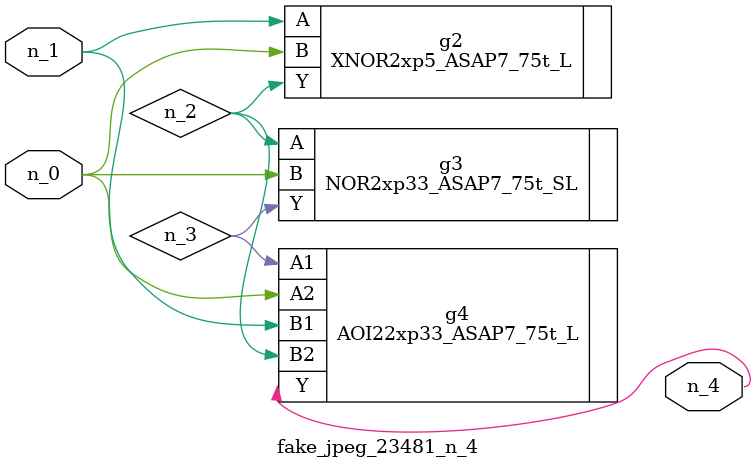
<source format=v>
module fake_jpeg_23481_n_4 (n_0, n_1, n_4);

input n_0;
input n_1;

output n_4;

wire n_2;
wire n_3;

XNOR2xp5_ASAP7_75t_L g2 ( 
.A(n_1),
.B(n_0),
.Y(n_2)
);

NOR2xp33_ASAP7_75t_SL g3 ( 
.A(n_2),
.B(n_0),
.Y(n_3)
);

AOI22xp33_ASAP7_75t_L g4 ( 
.A1(n_3),
.A2(n_0),
.B1(n_1),
.B2(n_2),
.Y(n_4)
);


endmodule
</source>
